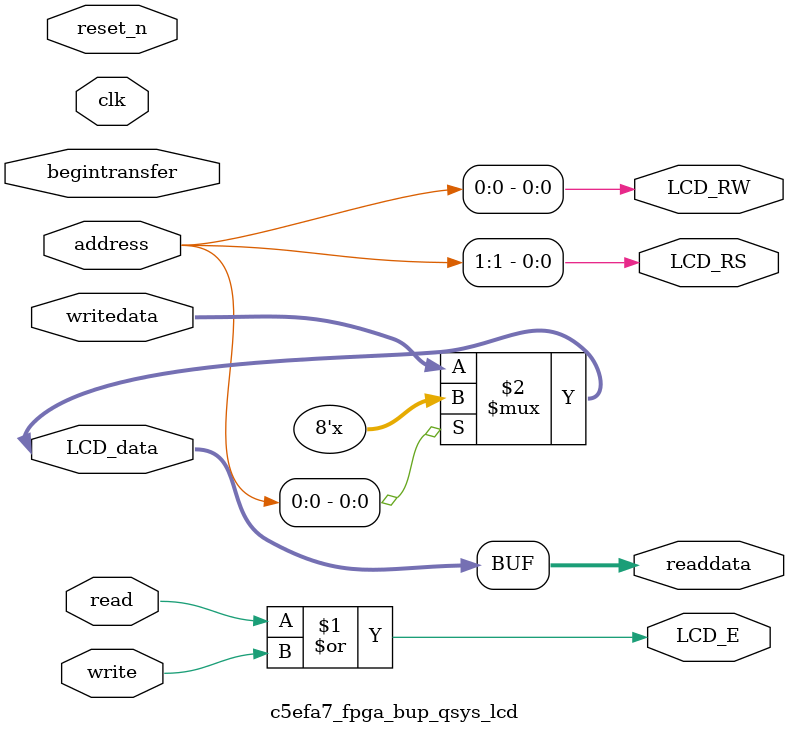
<source format=v>

`timescale 1ns / 1ps
// synthesis translate_on

// turn off superfluous verilog processor warnings 
// altera message_level Level1 
// altera message_off 10034 10035 10036 10037 10230 10240 10030 

module c5efa7_fpga_bup_qsys_lcd (
                                  // inputs:
                                   address,
                                   begintransfer,
                                   clk,
                                   read,
                                   reset_n,
                                   write,
                                   writedata,

                                  // outputs:
                                   LCD_E,
                                   LCD_RS,
                                   LCD_RW,
                                   LCD_data,
                                   readdata
                                )
;

  output           LCD_E;
  output           LCD_RS;
  output           LCD_RW;
  inout   [  7: 0] LCD_data;
  output  [  7: 0] readdata;
  input   [  1: 0] address;
  input            begintransfer;
  input            clk;
  input            read;
  input            reset_n;
  input            write;
  input   [  7: 0] writedata;

  wire             LCD_E;
  wire             LCD_RS;
  wire             LCD_RW;
  wire    [  7: 0] LCD_data;
  wire    [  7: 0] readdata;
  assign LCD_RW = address[0];
  assign LCD_RS = address[1];
  assign LCD_E = read | write;
  assign LCD_data = (address[0]) ? 8'bz : writedata;
  assign readdata = LCD_data;
  //control_slave, which is an e_avalon_slave

endmodule


</source>
